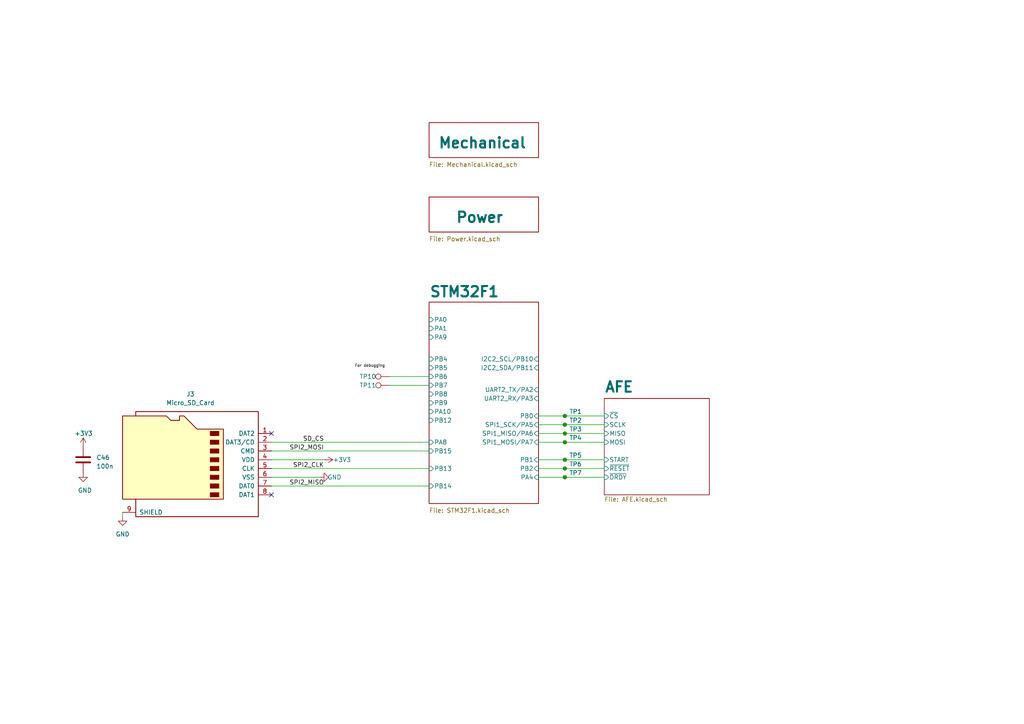
<source format=kicad_sch>
(kicad_sch (version 20230121) (generator eeschema)
  (paper "A4")
  (title_block (date "2023-03-19") (rev "000") (company "[JS]"))
  (lib_symbols
    (symbol "Connector:Micro_SD_Card" (pin_names (offset 1.016))
      (property "Reference" "J" (at -16.51 15.24 0))
      (property "Value" "Micro_SD_Card" (at 16.51 15.24 0))
      (symbol "Micro_SD_Card_0_1"
        (rectangle (start -7.62 -9.525) (end -5.08 -10.795) (fill (type outline)))
        (rectangle (start -7.62 -6.985) (end -5.08 -8.255) (fill (type outline)))
        (rectangle (start -7.62 -4.445) (end -5.08 -5.715) (fill (type outline)))
        (rectangle (start -7.62 -1.905) (end -5.08 -3.175) (fill (type outline)))
        (rectangle (start -7.62 0.635) (end -5.08 -0.635) (fill (type outline)))
        (rectangle (start -7.62 3.175) (end -5.08 1.905) (fill (type outline)))
        (rectangle (start -7.62 5.715) (end -5.08 4.445) (fill (type outline)))
        (rectangle (start -7.62 8.255) (end -5.08 6.985) (fill (type outline)))
        (polyline (pts (xy 16.51 12.7) (xy 16.51 13.97) (xy -19.05 13.97) (xy -19.05 -16.51) (xy 16.51 -16.51) (xy 16.51 -11.43)) (stroke (width 0.254)))
        (polyline (pts (xy -8.89 -11.43) (xy -8.89 8.89) (xy -1.27 8.89) (xy 2.54 12.7) (xy 3.81 12.7) (xy 3.81 11.43) (xy 6.35 11.43) (xy 7.62 12.7) (xy 20.32 12.7) (xy 20.32 -11.43) (xy -8.89 -11.43)) (stroke (width 0.254)) (fill (type background)))
      )
      (symbol "Micro_SD_Card_1_1"
        (pin bidirectional line (at -22.86 7.62 0) (length 3.81) (name "DAT2") (number "1"))
        (pin bidirectional line (at -22.86 5.08 0) (length 3.81) (name "DAT3/CD") (number "2"))
        (pin input line (at -22.86 2.54 0) (length 3.81) (name "CMD") (number "3"))
        (pin power_in line (at -22.86 0 0) (length 3.81) (name "VDD") (number "4"))
        (pin input line (at -22.86 -2.54 0) (length 3.81) (name "CLK") (number "5"))
        (pin power_in line (at -22.86 -5.08 0) (length 3.81) (name "VSS") (number "6"))
        (pin bidirectional line (at -22.86 -7.62 0) (length 3.81) (name "DAT0") (number "7"))
        (pin bidirectional line (at -22.86 -10.16 0) (length 3.81) (name "DAT1") (number "8"))
        (pin passive line (at 20.32 -15.24 180) (length 3.81) (name "SHIELD") (number "9"))
      )
    )
    (symbol "Connector:TestPoint" (pin_numbers hide) (pin_names (offset 0.762) hide)
      (property "Reference" "TP" (at 0 6.858 0))
      (property "Value" "TestPoint" (at 0 5.08 0))
      (symbol "TestPoint_0_1"
        (circle (center 0 3.302) (radius 0.762))
      )
      (symbol "TestPoint_1_1"
        (pin passive line (at 0 0 90) (length 2.54) (name "1") (number "1"))
      )
    )
    (symbol "Connector:TestPoint_Small" (pin_numbers hide) (pin_names (offset 0.762) hide)
      (property "Reference" "TP" (at 0 3.81 0))
      (property "Value" "TestPoint_Small" (at 0 2.032 0))
      (symbol "TestPoint_Small_0_1"
        (circle (center 0 0) (radius 0.508))
      )
      (symbol "TestPoint_Small_1_1"
        (pin passive line (at 0 0 90) (length 0) (name "1") (number "1"))
      )
    )
    (symbol "Device:C" (pin_numbers hide) (pin_names (offset 0.254))
      (property "Reference" "C" (at 0.635 2.54 0))
      (property "Value" "C" (at 0.635 -2.54 0))
      (symbol "C_0_1"
        (polyline (pts (xy -2.032 -0.762) (xy 2.032 -0.762)) (stroke (width 0.508)))
        (polyline (pts (xy -2.032 0.762) (xy 2.032 0.762)) (stroke (width 0.508)))
      )
      (symbol "C_1_1"
        (pin passive line (at 0 3.81 270) (length 2.794) (name "~") (number "1"))
        (pin passive line (at 0 -3.81 90) (length 2.794) (name "~") (number "2"))
      )
    )
    (symbol "power:+3V3" (power) (pin_names (offset 0))
      (property "Value" "+3V3" (at 0 3.556 0))
      (symbol "+3V3_0_1"
        (polyline (pts (xy -0.762 1.27) (xy 0 2.54)))
        (polyline (pts (xy 0 0) (xy 0 2.54)))
        (polyline (pts (xy 0 2.54) (xy 0.762 1.27)))
      )
      (symbol "+3V3_1_1"
        (pin power_in line (at 0 0 90) (length 0) hide (name "+3V3") (number "1"))
      )
    )
    (symbol "power:GND" (power) (pin_names (offset 0))
      (property "Value" "GND" (at 0 -3.81 0))
      (symbol "GND_0_1"
        (polyline (pts (xy 0 0) (xy 0 -1.27) (xy 1.27 -1.27) (xy 0 -2.54) (xy -1.27 -1.27) (xy 0 -1.27)))
      )
      (symbol "GND_1_1"
        (pin power_in line (at 0 0 270) (length 0) hide (name "GND") (number "1"))
      )
    )
  )
  (junction (at 163.83 120.65))
  (junction (at 163.83 135.89))
  (junction (at 163.83 138.43))
  (junction (at 163.83 123.19))
  (junction (at 163.83 133.35))
  (junction (at 163.83 128.27))
  (junction (at 163.83 125.73))
  (no_connect (at 78.74 143.51))
  (no_connect (at 78.74 125.73))
  (wire (pts (xy 163.83 135.89) (xy 175.26 135.89)))
  (wire (pts (xy 156.21 128.27) (xy 163.83 128.27)))
  (wire (pts (xy 163.83 125.73) (xy 175.26 125.73)))
  (wire (pts (xy 163.83 128.27) (xy 175.26 128.27)))
  (wire (pts (xy 163.83 120.65) (xy 175.26 120.65)))
  (wire (pts (xy 113.03 109.22) (xy 124.46 109.22)))
  (wire (pts (xy 93.98 133.35) (xy 78.74 133.35)))
  (wire (pts (xy 78.74 135.89) (xy 124.46 135.89)))
  (wire (pts (xy 113.03 111.76) (xy 124.46 111.76)))
  (wire (pts (xy 156.21 120.65) (xy 163.83 120.65)))
  (wire (pts (xy 156.21 135.89) (xy 163.83 135.89)))
  (wire (pts (xy 35.56 149.86) (xy 35.56 148.59)))
  (wire (pts (xy 92.71 138.43) (xy 78.74 138.43)))
  (wire (pts (xy 78.74 130.81) (xy 124.46 130.81)))
  (wire (pts (xy 163.83 138.43) (xy 175.26 138.43)))
  (wire (pts (xy 156.21 133.35) (xy 163.83 133.35)))
  (wire (pts (xy 163.83 133.35) (xy 175.26 133.35)))
  (wire (pts (xy 163.83 123.19) (xy 175.26 123.19)))
  (wire (pts (xy 156.21 125.73) (xy 163.83 125.73)))
  (wire (pts (xy 156.21 138.43) (xy 163.83 138.43)))
  (wire (pts (xy 156.21 123.19) (xy 163.83 123.19)))
  (wire (pts (xy 78.74 128.27) (xy 124.46 128.27)))
  (wire (pts (xy 78.74 140.97) (xy 124.46 140.97)))
  (text "For debugging" (at 102.87 106.68 0) (effects (font (size 0.8 0.8)) (justify left bottom)))
  (label "SPI2_CLK" (at 93.98 135.89 180))
  (label "SD_CS" (at 93.98 128.27 180))
  (label "SPI2_MOSI" (at 93.98 130.81 180))
  (label "SPI2_MISO" (at 93.98 140.97 180))
  (symbol (lib_id "power:+3V3") (at 93.98 133.35 270) (unit 1)
    (property "Reference" "#PWR083" (effects hide))
    (property "Value" "+3V3" (at 96.52 133.35 90) (effects (justify left)))
  )
  (symbol (lib_id "power:GND") (at 24.13 137.16 0) (mirror y) (unit 1)
    (property "Reference" "#PWR084" (effects hide))
    (property "Value" "GND" (at 26.67 142.24 0) (effects (justify left)))
  )
  (symbol (lib_id "Connector:TestPoint_Small") (at 163.83 133.35 0) (unit 1)
    (property "Reference" "TP5" (at 165.1 132.08 0) (effects (justify left)))
    (property "Value" "TestPoint_Small" (effects hide))
    (property "Footprint" "TestPoint:TestPoint_Pad_D1.0mm" (effects hide))
  )
  (symbol (lib_id "Connector:TestPoint") (at 113.03 111.76 90) (unit 1)
    (property "Reference" "TP11" (at 106.68 111.76 90))
    (property "Value" "TestPoint" (effects hide))
    (property "Footprint" "TestPoint:TestPoint_Pad_D1.0mm" (effects hide))
  )
  (symbol (lib_id "Connector:TestPoint_Small") (at 163.83 125.73 0) (unit 1)
    (property "Reference" "TP3" (at 165.1 124.46 0) (effects (justify left)))
    (property "Value" "TestPoint_Small" (effects hide))
    (property "Footprint" "TestPoint:TestPoint_Pad_D1.0mm" (effects hide))
  )
  (symbol (lib_id "power:GND") (at 92.71 138.43 90) (mirror x) (unit 1)
    (property "Reference" "#PWR079" (effects hide))
    (property "Value" "GND" (at 99.06 138.4299 90) (effects (justify left)))
  )
  (symbol (lib_id "Connector:TestPoint_Small") (at 163.83 138.43 0) (unit 1)
    (property "Reference" "TP7" (at 165.1 137.16 0) (effects (justify left)))
    (property "Value" "TestPoint_Small" (effects hide))
    (property "Footprint" "TestPoint:TestPoint_Pad_D1.0mm" (effects hide))
  )
  (symbol (lib_id "Connector:TestPoint_Small") (at 163.83 128.27 0) (unit 1)
    (property "Reference" "TP4" (at 165.1 127 0) (effects (justify left)))
    (property "Value" "TestPoint_Small" (effects hide))
    (property "Footprint" "TestPoint:TestPoint_Pad_D1.0mm" (effects hide))
  )
  (symbol (lib_id "Connector:Micro_SD_Card") (at 55.88 133.35 0) (mirror y) (unit 1)
    (property "Reference" "J3" (at 55.245 114.3 0))
    (property "Value" "Micro_SD_Card" (at 55.245 116.84 0))
    (property "Footprint" "3rd Party Footprints:GCT_MEM2051-00-195-00-A" (effects hide))
    (property "Datasheet" "http://katalog.we-online.de/em/datasheet/693072010801.pdf" (effects hide))
  )
  (symbol (lib_id "Connector:TestPoint_Small") (at 163.83 120.65 0) (unit 1)
    (property "Reference" "TP1" (at 165.1 119.38 0) (effects (justify left)))
    (property "Value" "TestPoint_Small" (effects hide))
    (property "Footprint" "TestPoint:TestPoint_Pad_D1.0mm" (effects hide))
  )
  (symbol (lib_id "Connector:TestPoint") (at 113.03 109.22 90) (unit 1)
    (property "Reference" "TP10" (at 106.68 109.22 90))
    (property "Value" "TestPoint" (effects hide))
    (property "Footprint" "TestPoint:TestPoint_Pad_D1.0mm" (effects hide))
  )
  (symbol (lib_id "Connector:TestPoint_Small") (at 163.83 135.89 0) (unit 1)
    (property "Reference" "TP6" (at 165.1 134.62 0) (effects (justify left)))
    (property "Value" "TestPoint_Small" (effects hide))
    (property "Footprint" "TestPoint:TestPoint_Pad_D1.0mm" (effects hide))
  )
  (symbol (lib_id "power:GND") (at 35.56 149.86 0) (mirror y) (unit 1)
    (property "Reference" "#PWR080" (effects hide))
    (property "Value" "GND" (at 35.56 154.94 0))
  )
  (symbol (lib_id "Device:C") (at 24.13 133.35 0) (unit 1)
    (property "Reference" "C46" (at 27.94 132.715 0) (effects (justify left)))
    (property "Value" "100n" (at 27.94 135.255 0) (effects (justify left)))
    (property "Footprint" "Capacitor_SMD:C_0805_2012Metric" (effects hide))
  )
  (symbol (lib_id "power:+3V3") (at 24.13 129.54 0) (unit 1)
    (property "Reference" "#PWR014" (effects hide))
    (property "Value" "+3V3" (at 21.59 125.73 0) (effects (justify left)))
  )
  (symbol (lib_id "Connector:TestPoint_Small") (at 163.83 123.19 0) (unit 1)
    (property "Reference" "TP2" (at 165.1 121.92 0) (effects (justify left)))
    (property "Value" "TestPoint_Small" (effects hide))
    (property "Footprint" "TestPoint:TestPoint_Pad_D1.0mm" (effects hide))
  )
  (sheet (at 175.26 115.57) (size 30.48 27.94) (stroke (width 0.1524))
    (property "Sheetname" "AFE" (at 175.26 113.9934 0) (effects (font (size 3 3) bold) (justify left bottom)))
    (property "Sheetfile" "AFE.kicad_sch" (at 175.26 144.0946 0) (effects (justify left top)))
    (pin "SCLK" input (at 175.26 123.19 180))
    (pin "~{CS}" input (at 175.26 120.65 180))
    (pin "MOSI" input (at 175.26 128.27 180))
    (pin "START" input (at 175.26 133.35 180))
    (pin "~{DRDY}" input (at 175.26 138.43 180))
    (pin "MISO" input (at 175.26 125.73 180))
    (pin "~{RESET}" input (at 175.26 135.89 180))
  )
  (sheet (at 124.46 57.15) (size 31.75 10.16) (stroke (width 0.1524))
    (property "Sheetname" "Power" (at 132.08 64.77 0) (effects (font (size 3 3) bold) (justify left bottom)))
    (property "Sheetfile" "Power.kicad_sch" (at 124.46 68.58 0) (effects (justify left top)))
  )
  (sheet (at 124.46 87.63) (size 31.75 58.42) (stroke (width 0.1524))
    (property "Sheetname" "STM32F1" (at 124.46 86.36 0) (effects (font (size 3 3) bold) (justify left bottom)))
    (property "Sheetfile" "STM32F1.kicad_sch" (at 124.46 147.32 0) (effects (justify left top)))
    (pin "PB0" input (at 156.21 120.65 0))
    (pin "PB9" input (at 124.46 116.84 180))
    (pin "I2C2_SDA{slash}PB11" input (at 156.21 106.68 0))
    (pin "PB12" input (at 124.46 121.92 180))
    (pin "I2C2_SCL{slash}PB10" input (at 156.21 104.14 0))
    (pin "PB1" input (at 156.21 133.35 0))
    (pin "PB2" input (at 156.21 135.89 0))
    (pin "PB4" input (at 124.46 104.14 180))
    (pin "PB8" input (at 124.46 114.3 180))
    (pin "PB6" input (at 124.46 109.22 180))
    (pin "PB7" input (at 124.46 111.76 180))
    (pin "PB5" input (at 124.46 106.68 180))
    (pin "PB13" input (at 124.46 135.89 180))
    (pin "PB15" input (at 124.46 130.81 180))
    (pin "PB14" input (at 124.46 140.97 180))
    (pin "PA10" input (at 124.46 119.38 180))
    (pin "SPI1_MOSI{slash}PA7" input (at 156.21 128.27 0))
    (pin "SPI1_SCK{slash}PA5" input (at 156.21 123.19 0))
    (pin "SPI1_MISO{slash}PA6" input (at 156.21 125.73 0))
    (pin "UART2_RX{slash}PA3" input (at 156.21 115.57 0))
    (pin "UART2_TX{slash}PA2" input (at 156.21 113.03 0))
    (pin "PA1" input (at 124.46 95.25 180))
    (pin "PA9" input (at 124.46 97.79 180))
    (pin "PA8" input (at 124.46 128.27 180))
    (pin "PA4" input (at 156.21 138.43 0))
    (pin "PA0" input (at 124.46 92.71 180))
  )
  (sheet (at 124.46 35.56) (size 31.75 10.16) (stroke (width 0.1524))
    (property "Sheetname" "Mechanical" (at 127 43.18 0) (effects (font (size 3 3) bold) (justify left bottom)))
    (property "Sheetfile" "Mechanical.kicad_sch" (at 124.46 46.99 0) (effects (justify left top)))
  )
)
</source>
